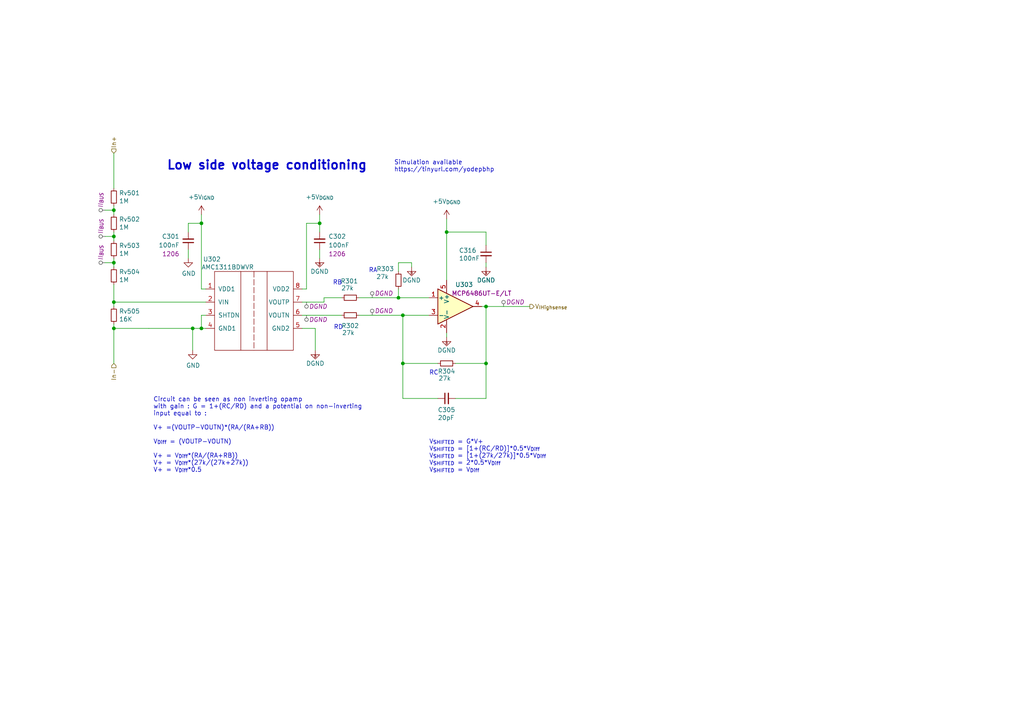
<source format=kicad_sch>
(kicad_sch (version 20250114) (generator "eeschema") (generator_version "9.0")
  (paper "A4")
  (title_block (title "Micro-inverter - 400W") (date "2024-02-06") (comment 1 "JAL"))
  (lib_symbols
    (symbol "AMC1311DBW_1" (pin_names (offset 1.016))
      (property "Reference" "U601" (at -8.89 13.97 0))
      (property "Value" "AMC1311DWV" (at 7.62 13.97 0))
      (symbol "AMC1311DBW_1_0_1"
        (rectangle (start -11.43 12.7) (end 11.43 -10.16))
        (polyline (pts (xy -3.81 12.7) (xy -3.81 -10.16)))
        (polyline (pts (xy 0 12.7) (xy 0 -10.16)) (stroke (width 0) (type dash)))
        (polyline (pts (xy 3.81 12.7) (xy 3.81 -10.16)))
      )
      (symbol "AMC1311DBW_1_1_1"
        (pin power_in line (at -13.97 7.62 0) (length 2.54) (name "VDD1") (number "1"))
        (pin input line (at -13.97 3.81 0) (length 2.54) (name "VIN") (number "2"))
        (pin input line (at -13.97 0 0) (length 2.54) (name "SHTDN") (number "3"))
        (pin power_in line (at -13.97 -3.81 0) (length 2.54) (name "GND1") (number "4"))
        (pin power_in line (at 13.97 7.62 180) (length 2.54) (name "VDD2") (number "8"))
        (pin output line (at 13.97 3.81 180) (length 2.54) (name "VOUTP") (number "7"))
        (pin output line (at 13.97 0 180) (length 2.54) (name "VOUTN") (number "6"))
        (pin power_in line (at 13.97 -3.81 180) (length 2.54) (name "GND2") (number "5"))
      )
    )
    (symbol "Device:C_Small" (pin_numbers (hide yes)) (pin_names (offset 0.254) (hide yes))
      (property "Reference" "C" (at 0.254 1.778 0))
      (property "Value" "C_Small" (at 0.254 -2.032 0))
      (symbol "C_Small_0_1"
        (polyline (pts (xy -1.524 0.508) (xy 1.524 0.508)) (stroke (width 0.3048)))
        (polyline (pts (xy -1.524 -0.508) (xy 1.524 -0.508)) (stroke (width 0.3302)))
      )
      (symbol "C_Small_1_1"
        (pin passive line (at 0 2.54 270) (length 2.032) (name "~") (number "1"))
        (pin passive line (at 0 -2.54 90) (length 2.032) (name "~") (number "2"))
      )
    )
    (symbol "Device:R_Small" (pin_numbers (hide yes)) (pin_names (offset 0.254) (hide yes))
      (property "Reference" "R" (at 0.762 0.508 0))
      (property "Value" "R_Small" (at 0.762 -1.016 0))
      (symbol "R_Small_0_1"
        (rectangle (start -0.762 1.778) (end 0.762 -1.778) (stroke (width 0.2032)))
      )
      (symbol "R_Small_1_1"
        (pin passive line (at 0 2.54 270) (length 0.762) (name "~") (number "1"))
        (pin passive line (at 0 -2.54 90) (length 0.762) (name "~") (number "2"))
      )
    )
    (symbol "R_Small_14" (pin_numbers (hide yes)) (pin_names (offset 0.254) (hide yes))
      (property "Reference" "R" (at 0.762 0.508 0))
      (property "Value" "R_Small_14" (at 0.762 -1.016 0))
      (symbol "R_Small_14_0_1"
        (rectangle (start -0.762 1.778) (end 0.762 -1.778) (stroke (width 0.2032)))
      )
      (symbol "R_Small_14_1_1"
        (pin passive line (at 0 2.54 270) (length 0.762) (name "~") (number "1"))
        (pin passive line (at 0 -2.54 90) (length 0.762) (name "~") (number "2"))
      )
    )
    (symbol "Symbols:+12V_PGND" (power) (in_bom no) (on_board no)
      (property "Value" "+12V_PGND" (at -0.127 3.81 0))
      (symbol "+12V_PGND_0_1"
        (polyline (pts (xy -0.762 1.27) (xy 0 2.54)))
        (polyline (pts (xy 0 2.54) (xy 0.762 1.27)))
        (polyline (pts (xy 0 0) (xy 0 2.54)))
      )
      (symbol "+12V_PGND_1_1"
        (pin power_in line (at 0 0 90) (length 0) (hide yes) (name "+12V_PGND") (number "1"))
      )
    )
    (symbol "Symbols:DGND" (power) (pin_names (offset 0))
      (property "Value" "DGND" (at 0 -3.81 0))
      (symbol "DGND_0_0"
        (text "D" (at 0 -1.778 0) (effects (font (size 0.63 0.63))))
      )
      (symbol "DGND_0_1"
        (polyline (pts (xy 0 0) (xy 0 -1.27) (xy 1.27 -1.27) (xy 0 -2.54) (xy -1.27 -1.27) (xy 0 -1.27)))
      )
      (symbol "DGND_1_1"
        (pin power_in line (at 0 0 270) (length 0) (hide yes) (name "DGND") (number "1"))
      )
    )
    (symbol "Symbols:MCP6486UT-E/LT " (pin_names (offset 0.127))
      (property "Reference" "U205" (at 3.81 7.62 0))
      (property "manf#" "MCP6486UT-E/LT " (at 12.7 5.08 0))
      (symbol "MCP6486UT-E/LT _0_1"
        (polyline (pts (xy -2.54 5.08) (xy -2.54 -5.08) (xy 7.62 0) (xy -2.54 5.08)) (stroke (width 0.254)) (fill (type background)))
      )
      (symbol "MCP6486UT-E/LT _1_1"
        (pin input line (at -5.08 2.54 0) (length 2.54) (name "+") (number "1"))
        (pin input line (at -5.08 -2.54 0) (length 2.54) (name "-") (number "3"))
        (pin power_in line (at 0 7.62 270) (length 3.81) (name "V+") (number "5"))
        (pin power_in line (at 0 -7.62 90) (length 3.81) (name "V-") (number "2"))
        (pin output line (at 10.16 0 180) (length 2.54) (name "~") (number "4"))
      )
    )
    (symbol "power:GND" (power) (pin_names (offset 0))
      (property "Value" "GND" (at 0 -3.81 0))
      (symbol "GND_0_1"
        (polyline (pts (xy 0 0) (xy 0 -1.27) (xy 1.27 -1.27) (xy 0 -2.54) (xy -1.27 -1.27) (xy 0 -1.27)))
      )
      (symbol "GND_1_1"
        (pin power_in line (at 0 0 270) (length 0) (hide yes) (name "GND") (number "1"))
      )
    )
  )
  (text "RB" (at 96.52 82.804 0) (effects (font (size 1.27 1.27)) (justify left bottom)))
  (text "Circuit can be seen as non inverting opamp\nwith gain : G = 1+(RC/RD) and a potential on non-inverting\ninput equal to :\n\nV+ =(VOUTP-VOUTN)*(RA/(RA+RB))\n\nV_{Diff} = (VOUTP-VOUTN)\n\nV+ = V_{Diff}*(RA/(RA+RB))\nV+ = V_{Diff}*(27k/(27k+27k))\nV+ = V_{Diff}*0.5" (at 44.45 137.16 0) (effects (font (size 1.27 1.27)) (justify left bottom)))
  (text "RD" (at 96.774 95.758 0) (effects (font (size 1.27 1.27)) (justify left bottom)))
  (text "Low side voltage conditioning" (at 48.26 49.53 0) (effects (font (size 2.54 2.54) (thickness 0.5) (bold yes)) (justify left bottom)))
  (text "V_{SHIFTED} = G*V+\nV_{SHIFTED} = [1+(RC/RD)]*0.5*V_{Diff}\nV_{SHIFTED} = [1+(27k/27k)]*0.5*V_{Diff}\nV_{SHIFTED} = 2*0.5*V_{Diff}\nV_{SHIFTED} = V_{Diff}" (at 124.46 137.16 0) (effects (font (size 1.27 1.27)) (justify left bottom)))
  (text "RA" (at 106.934 79.248 0) (effects (font (size 1.27 1.27)) (justify left bottom)))
  (text "Simulation available\nhttps://tinyurl.com/yodepbhp\n\n" (at 114.3 52.07 0) (effects (font (size 1.27 1.27)) (justify left bottom)))
  (text "RC" (at 124.46 108.966 0) (effects (font (size 1.27 1.27)) (justify left bottom)))
  (junction (at 33.02 76.2))
  (junction (at 33.02 68.58))
  (junction (at 140.97 88.9))
  (junction (at 33.02 60.96))
  (junction (at 129.54 67.31))
  (junction (at 116.84 105.41))
  (junction (at 115.57 86.36))
  (junction (at 58.42 95.25))
  (junction (at 92.71 64.77))
  (junction (at 55.88 95.25))
  (junction (at 116.84 91.44))
  (junction (at 33.02 95.25))
  (junction (at 140.97 105.41))
  (junction (at 33.02 87.63))
  (junction (at 58.42 64.77))
  (wire (pts (xy 93.98 87.63) (xy 87.63 87.63)))
  (wire (pts (xy 58.42 83.82) (xy 59.69 83.82)))
  (wire (pts (xy 33.02 68.58) (xy 33.02 69.85)))
  (wire (pts (xy 115.57 78.74) (xy 115.57 76.2)))
  (wire (pts (xy 92.71 62.23) (xy 92.71 64.77)))
  (wire (pts (xy 54.61 64.77) (xy 54.61 67.31)))
  (wire (pts (xy 91.44 95.25) (xy 91.44 101.6)))
  (wire (pts (xy 33.02 82.55) (xy 33.02 87.63)))
  (wire (pts (xy 58.42 91.44) (xy 58.42 95.25)))
  (wire (pts (xy 30.48 76.2) (xy 33.02 76.2)))
  (wire (pts (xy 116.84 105.41) (xy 127 105.41)))
  (wire (pts (xy 55.88 95.25) (xy 55.88 101.6)))
  (wire (pts (xy 43.18 95.25) (xy 55.88 95.25)))
  (wire (pts (xy 104.14 86.36) (xy 115.57 86.36)))
  (wire (pts (xy 33.02 95.25) (xy 33.02 105.41)) (stroke (width 0.1524)))
  (wire (pts (xy 116.84 105.41) (xy 116.84 115.57)))
  (wire (pts (xy 30.48 68.58) (xy 33.02 68.58)))
  (wire (pts (xy 58.42 95.25) (xy 59.69 95.25)))
  (wire (pts (xy 58.42 64.77) (xy 58.42 83.82)))
  (wire (pts (xy 104.14 91.44) (xy 116.84 91.44)))
  (wire (pts (xy 87.63 95.25) (xy 91.44 95.25)))
  (wire (pts (xy 87.63 91.44) (xy 99.06 91.44)))
  (wire (pts (xy 115.57 83.82) (xy 115.57 86.36)))
  (wire (pts (xy 92.71 64.77) (xy 92.71 67.31)))
  (wire (pts (xy 30.48 60.96) (xy 33.02 60.96)))
  (wire (pts (xy 140.97 88.9) (xy 140.97 105.41)))
  (wire (pts (xy 33.02 87.63) (xy 33.02 88.9)))
  (wire (pts (xy 43.18 95.25) (xy 33.02 95.25)) (stroke (width 0.1524)))
  (wire (pts (xy 140.97 67.31) (xy 140.97 71.12)))
  (wire (pts (xy 140.97 67.31) (xy 129.54 67.31)))
  (wire (pts (xy 33.02 60.96) (xy 33.02 62.23)))
  (wire (pts (xy 127 115.57) (xy 116.84 115.57)))
  (wire (pts (xy 59.69 91.44) (xy 58.42 91.44)))
  (wire (pts (xy 129.54 67.31) (xy 129.54 81.28)))
  (wire (pts (xy 33.02 76.2) (xy 33.02 77.47)))
  (wire (pts (xy 119.38 76.2) (xy 119.38 77.47)))
  (wire (pts (xy 129.54 63.5) (xy 129.54 67.31)))
  (wire (pts (xy 92.71 64.77) (xy 88.9 64.77)))
  (wire (pts (xy 139.7 88.9) (xy 140.97 88.9)))
  (wire (pts (xy 119.38 76.2) (xy 115.57 76.2)))
  (wire (pts (xy 33.02 59.69) (xy 33.02 60.96)))
  (wire (pts (xy 33.02 74.93) (xy 33.02 76.2)))
  (wire (pts (xy 129.54 96.52) (xy 129.54 97.79)))
  (wire (pts (xy 33.02 93.98) (xy 33.02 95.25)) (stroke (width 0.1524)))
  (wire (pts (xy 54.61 72.39) (xy 54.61 74.93)))
  (wire (pts (xy 132.08 105.41) (xy 140.97 105.41)))
  (wire (pts (xy 132.08 115.57) (xy 140.97 115.57)))
  (wire (pts (xy 33.02 87.63) (xy 59.69 87.63)))
  (wire (pts (xy 88.9 64.77) (xy 88.9 83.82)))
  (wire (pts (xy 115.57 86.36) (xy 124.46 86.36)))
  (wire (pts (xy 116.84 91.44) (xy 124.46 91.44)))
  (wire (pts (xy 140.97 105.41) (xy 140.97 115.57)))
  (wire (pts (xy 116.84 91.44) (xy 116.84 105.41)))
  (wire (pts (xy 93.98 86.36) (xy 93.98 87.63)))
  (wire (pts (xy 92.71 72.39) (xy 92.71 74.93)))
  (wire (pts (xy 99.06 86.36) (xy 93.98 86.36)))
  (wire (pts (xy 55.88 95.25) (xy 58.42 95.25)))
  (wire (pts (xy 140.97 76.2) (xy 140.97 77.47)))
  (wire (pts (xy 58.42 62.23) (xy 58.42 64.77)))
  (wire (pts (xy 87.63 83.82) (xy 88.9 83.82)))
  (wire (pts (xy 54.61 64.77) (xy 58.42 64.77)))
  (wire (pts (xy 33.02 44.45) (xy 33.02 54.61)))
  (wire (pts (xy 140.97 88.9) (xy 153.67 88.9)))
  (wire (pts (xy 33.02 67.31) (xy 33.02 68.58)))
  (hierarchical_label "In-" (shape input) (at 33.02 105.41 270))
  (hierarchical_label "V_{IHighsense}" (shape output) (at 153.67 88.9 0))
  (hierarchical_label "In+" (shape input) (at 33.02 44.45 90))
  (netclass_flag "" (length 1.27) (shape round) (at 88.9 87.63 180) (property "Netclass" "DGND" (at 89.5985 88.9 0) (effects (font (italic yes)) (justify left))))
  (netclass_flag "" (length 1.27) (shape round) (at 88.9 91.44 180) (property "Netclass" "DGND" (at 89.5985 92.71 0) (effects (font (italic yes)) (justify left))))
  (netclass_flag "" (length 1.27) (shape round) (at 107.95 91.44 0) (property "Netclass" "DGND" (at 108.6485 90.17 0) (effects (font (italic yes)) (justify left))))
  (netclass_flag "" (length 1.27) (shape round) (at 107.95 86.36 0) (property "Netclass" "DGND" (at 108.6485 85.09 0) (effects (font (italic yes)) (justify left))))
  (netclass_flag "" (length 1.27) (shape round) (at 30.48 76.2 90) (property "Netclass" "II_{BUS}" (at 29.21 75.5015 90) (effects (font (italic yes)) (justify left))))
  (netclass_flag "" (length 1.27) (shape round) (at 30.48 68.58 90) (property "Netclass" "II_{BUS}" (at 29.21 67.8815 90) (effects (font (italic yes)) (justify left))))
  (netclass_flag "" (length 1.27) (shape round) (at 30.48 60.96 90) (property "Netclass" "II_{BUS}" (at 29.21 60.2615 90) (effects (font (italic yes)) (justify left))))
  (netclass_flag "" (length 1.27) (shape round) (at 146.05 88.9 0) (property "Netclass" "DGND" (at 146.7485 87.63 0) (effects (font (italic yes)) (justify left))))
  (symbol (lib_id "power:GND") (at 55.88 101.6 0) (unit 1)
    (property "Reference" "#PWR0344" (effects (hide yes)))
    (property "Value" "GND" (at 56.007 105.9942 0))
    (instances (project "DAB" (path "" (reference "#PWR0303") (unit 1)) (path "" (reference "#PWR0339") (unit 1)) (path "" (reference "#PWR0325") (unit 1)) (path "" (reference "#PWR0344") (unit 1))))
  )
  (symbol (lib_id "Device:C_Small") (at 92.71 69.85 0) (mirror x) (unit 1)
    (property "Reference" "C341" (at 95.25 68.58 0) (effects (justify left)))
    (property "Value" "100nF" (at 95.25 71.12 0) (effects (justify left)))
    (property "Footprint" "Capacitor_SMD:C_1206_3216Metric" (effects (hide yes)))
    (property "Datasheet" "${KIPRJMOD}\\datasheet\\KEM_C1002_X7R_SMD-3316098.pdf" (effects (hide yes)))
    (property "manf#" "C1206C104K5RAC7867" (effects (hide yes)))
    (property "Voltage" "50V" (effects (hide yes)))
    (property "Package" "1206" (at 97.79 73.66 0))
    (property "Functional Block" "Measurement" (effects (hide yes)))
    (property "Metal content" "BaTiO3" (effects (hide yes)))
    (property "Subfunction" "VIHigh measure" (effects (hide yes)))
    (property "Dielectric" "X7R" (effects (hide yes)))
    (instances (project "DAB" (path "" (reference "C302") (unit 1)) (path "" (reference "C337") (unit 1)) (path "" (reference "C321") (unit 1)) (path "" (reference "C341") (unit 1))))
  )
  (symbol (lib_id "Symbols:DGND") (at 119.38 77.47 0) (unit 1)
    (property "Reference" "#PWR027" (effects (hide yes)))
    (property "Value" "DGND" (at 119.38 81.28 0))
    (instances (project "DAB" (path "" (reference "#PWR07") (unit 1)) (path "" (reference "#PWR022") (unit 1)) (path "" (reference "#PWR015") (unit 1)) (path "" (reference "#PWR027") (unit 1))))
  )
  (symbol (lib_id "Symbols:+12V_PGND") (at 129.54 63.5 0) (unit 1) (in_bom no) (on_board no)
    (property "Reference" "#PWR0347" (effects (hide yes)))
    (property "Value" "+5V_{DGND}" (at 129.54 58.42 0))
    (instances (project "DAB" (path "" (reference "#PWR0308") (unit 1)) (path "" (reference "#PWR0342") (unit 1)) (path "" (reference "#PWR0337") (unit 1)) (path "" (reference "#PWR0347") (unit 1))))
  )
  (symbol (lib_id "Symbols:DGND") (at 92.71 74.93 0) (unit 1)
    (property "Reference" "#PWR026" (effects (hide yes)))
    (property "Value" "DGND" (at 92.71 78.74 0))
    (instances (project "DAB" (path "" (reference "#PWR06") (unit 1)) (path "" (reference "#PWR021") (unit 1)) (path "" (reference "#PWR014") (unit 1)) (path "" (reference "#PWR026") (unit 1))))
  )
  (symbol (lib_id "Symbols:MCP6486UT-E/LT ") (at 129.54 88.9 0) (unit 1)
    (property "Reference" "U312" (at 134.62 82.55 0))
    (property "Value" "MCP6486UT-E/LT" (effects (hide yes)))
    (property "Footprint" "Package_TO_SOT_SMD:SOT-353_SC-70-5_Handsoldering" (effects (hide yes)))
    (property "Datasheet" "${KIPRJMOD}\\datasheets\\MCP6486.pdf" (effects (hide yes)))
    (property "manf#" "MCP6486UT-E/LT" (at 139.7 85.09 0))
    (property "Functional Block" "Measurement" (effects (hide yes)))
    (property "Subfunction" "IILow Measure" (effects (hide yes)))
    (instances (project "DAB" (path "" (reference "U303") (unit 1)) (path "" (reference "U310") (unit 1)) (path "" (reference "U308") (unit 1)) (path "" (reference "U312") (unit 1))))
  )
  (symbol (lib_id "Symbols:+12V_PGND") (at 92.71 62.23 0) (unit 1) (in_bom no) (on_board no)
    (property "Reference" "#PWR0346" (effects (hide yes)))
    (property "Value" "+5V_{DGND}" (at 92.71 57.15 0))
    (instances (project "DAB" (path "" (reference "#PWR0306") (unit 1)) (path "" (reference "#PWR0341") (unit 1)) (path "" (reference "#PWR0336") (unit 1)) (path "" (reference "#PWR0346") (unit 1))))
  )
  (symbol (lib_name "R_Small_14") (lib_id "Device:R_Small") (at 101.6 91.44 90) (unit 1)
    (property "Reference" "R328" (at 104.14 94.488 90) (effects (justify left)))
    (property "Value" "27k" (at 102.87 96.52 90) (effects (justify left)))
    (property "Footprint" "Footprints:R_0805_2012Metric" (effects (hide yes)))
    (property "Datasheet" "${KIPRJMOD}\\datasheet\\PYu_RT_1_to_0_01_RoHS_L_12-3003070.pdf" (effects (hide yes)))
    (property "manf#" "RT0805DRD0727KL" (effects (hide yes)))
    (property "Package" "0805" (effects (hide yes)))
    (property "Technology" "Thin film" (effects (hide yes)))
    (instances (project "DAB" (path "" (reference "R302") (unit 1)) (path "" (reference "R324") (unit 1)) (path "" (reference "R320") (unit 1)) (path "" (reference "R328") (unit 1))))
  )
  (symbol (lib_id "Device:R_Small") (at 33.02 72.39 0) (unit 1)
    (property "Reference" "Rv528" (at 34.5186 71.2216 0) (effects (justify left)))
    (property "Value" "1M" (at 34.5186 73.533 0) (effects (justify left)))
    (property "Footprint" "Resistor_SMD:R_0805_2012Metric" (effects (hide yes)))
    (instances (project "DAB" (path "" (reference "Rv503") (unit 1)) (path "" (reference "Rv518") (unit 1)) (path "" (reference "Rv508") (unit 1)) (path "" (reference "Rv528") (unit 1))))
  )
  (symbol (lib_id "Symbols:DGND") (at 140.97 77.47 0) (unit 1)
    (property "Reference" "#PWR029" (effects (hide yes)))
    (property "Value" "DGND" (at 140.97 81.28 0))
    (instances (project "DAB" (path "" (reference "#PWR010") (unit 1)) (path "" (reference "#PWR024") (unit 1)) (path "" (reference "#PWR019") (unit 1)) (path "" (reference "#PWR029") (unit 1))))
  )
  (symbol (lib_id "Device:R_Small") (at 115.57 81.28 0) (mirror y) (unit 1)
    (property "Reference" "R329" (at 114.3 77.978 0) (effects (justify left)))
    (property "Value" "27k" (at 112.776 80.264 0) (effects (justify left)))
    (property "Footprint" "Footprints:R_0805_2012Metric" (effects (hide yes)))
    (property "Datasheet" "${KIPRJMOD}\\datasheet\\PYu_RT_1_to_0_01_RoHS_L_12-3003070.pdf" (effects (hide yes)))
    (property "manf#" "RT0805DRD0727KL" (effects (hide yes)))
    (property "Package" "0805" (effects (hide yes)))
    (property "Technology" "Thin film" (effects (hide yes)))
    (instances (project "DAB" (path "" (reference "R303") (unit 1)) (path "" (reference "R325") (unit 1)) (path "" (reference "R321") (unit 1)) (path "" (reference "R329") (unit 1))))
  )
  (symbol (lib_id "power:GND") (at 54.61 74.93 0) (unit 1)
    (property "Reference" "#PWR0343" (effects (hide yes)))
    (property "Value" "GND" (at 54.737 79.3242 0))
    (instances (project "DAB" (path "" (reference "#PWR0302") (unit 1)) (path "" (reference "#PWR0338") (unit 1)) (path "" (reference "#PWR0320") (unit 1)) (path "" (reference "#PWR0343") (unit 1))))
  )
  (symbol (lib_id "Symbols:DGND") (at 129.54 97.79 0) (unit 1)
    (property "Reference" "#PWR028" (effects (hide yes)))
    (property "Value" "DGND" (at 129.54 101.6 0))
    (instances (project "DAB" (path "" (reference "#PWR09") (unit 1)) (path "" (reference "#PWR023") (unit 1)) (path "" (reference "#PWR018") (unit 1)) (path "" (reference "#PWR028") (unit 1))))
  )
  (symbol (lib_id "Device:C_Small") (at 140.97 73.66 0) (unit 1)
    (property "Reference" "C343" (at 133.096 72.644 0) (effects (justify left)))
    (property "Value" "100nF" (at 133.096 74.93 0) (effects (justify left)))
    (property "Footprint" "Capacitor_SMD:C_1206_3216Metric" (effects (hide yes)))
    (property "Datasheet" "${KIPRJMOD}\\datasheet\\KEM_C1002_X7R_SMD-3316098.pdf" (effects (hide yes)))
    (property "manf#" "C1206C104K5RAC7867" (effects (hide yes)))
    (property "Voltage" "50V" (effects (hide yes)))
    (property "Package" "1206" (effects (hide yes)))
    (property "Dielectric" "X7R" (effects (hide yes)))
    (instances (project "DAB" (path "" (reference "C316") (unit 1)) (path "" (reference "C339") (unit 1)) (path "" (reference "C335") (unit 1)) (path "" (reference "C343") (unit 1))))
  )
  (symbol (lib_id "Device:R_Small") (at 129.54 105.41 90) (unit 1)
    (property "Reference" "R330" (at 132.08 107.696 90) (effects (justify left)))
    (property "Value" "27k" (at 130.81 109.728 90) (effects (justify left)))
    (property "Footprint" "Footprints:R_0805_2012Metric" (effects (hide yes)))
    (property "Datasheet" "${KIPRJMOD}\\datasheet\\PYu_RT_1_to_0_01_RoHS_L_12-3003070.pdf" (effects (hide yes)))
    (property "manf#" "RT0805DRD0727KL" (effects (hide yes)))
    (property "Package" "0805" (effects (hide yes)))
    (property "Technology" "Thin film" (effects (hide yes)))
    (instances (project "DAB" (path "" (reference "R304") (unit 1)) (path "" (reference "R326") (unit 1)) (path "" (reference "R322") (unit 1)) (path "" (reference "R330") (unit 1))))
  )
  (symbol (lib_id "Symbols:DGND") (at 91.44 101.6 0) (unit 1)
    (property "Reference" "#PWR025" (effects (hide yes)))
    (property "Value" "DGND" (at 91.44 105.41 0))
    (instances (project "DAB" (path "" (reference "#PWR04") (unit 1)) (path "" (reference "#PWR020") (unit 1)) (path "" (reference "#PWR013") (unit 1)) (path "" (reference "#PWR025") (unit 1))))
  )
  (symbol (lib_id "Device:R_Small") (at 33.02 80.01 0) (unit 1)
    (property "Reference" "Rv529" (at 34.5186 78.8416 0) (effects (justify left)))
    (property "Value" "1M" (at 34.5186 81.153 0) (effects (justify left)))
    (property "Footprint" "Resistor_SMD:R_0805_2012Metric" (effects (hide yes)))
    (instances (project "DAB" (path "" (reference "Rv504") (unit 1)) (path "" (reference "Rv519") (unit 1)) (path "" (reference "Rv509") (unit 1)) (path "" (reference "Rv529") (unit 1))))
  )
  (symbol (lib_name "AMC1311DBW_1") (lib_id "Symbols:AMC1311DBW") (at 73.66 91.44 0) (unit 1)
    (property "Reference" "U311" (at 61.468 75.184 0))
    (property "Value" "AMC1311BDWVR" (at 66.04 77.47 0))
    (property "Footprint" "Package_SO:SOIC-8_7.5x5.85mm_P1.27mm" (effects (hide yes)))
    (property "Datasheet" "${KIPRJMOD}\\datasheets\\amc1311.pdf" (effects (hide yes)))
    (property "manf#" "AMC1311BDWVR" (effects (hide yes)))
    (instances (project "DAB" (path "" (reference "U302") (unit 1)) (path "" (reference "U309") (unit 1)) (path "" (reference "U307") (unit 1)) (path "" (reference "U311") (unit 1))))
  )
  (symbol (lib_id "Device:C_Small") (at 129.54 115.57 90) (unit 1)
    (property "Reference" "C342" (at 132.08 118.872 90) (effects (justify left)))
    (property "Value" "20pF" (at 131.826 121.158 90) (effects (justify left)))
    (property "Footprint" "Footprints:C_0805_2012Metric" (effects (hide yes)))
    (property "Datasheet" "${KIPRJMOD}\\datasheet\\UPY_GP_NP0_16V_to_50V_18-1730511.pdf" (effects (hide yes)))
    (property "manf#" "CC0805JRNPO9BN200" (effects (hide yes)))
    (property "Package" "0805" (effects (hide yes)))
    (property "Dielectric" "NP0" (effects (hide yes)))
    (property "Voltage" "50V" (effects (hide yes)))
    (instances (project "DAB" (path "" (reference "C305") (unit 1)) (path "" (reference "C338") (unit 1)) (path "" (reference "C334") (unit 1)) (path "" (reference "C342") (unit 1))))
  )
  (symbol (lib_id "Device:R_Small") (at 33.02 91.44 0) (unit 1)
    (property "Reference" "Rv530" (at 34.5186 90.2716 0) (effects (justify left)))
    (property "Value" "16K" (at 34.5186 92.583 0) (effects (justify left)))
    (property "Footprint" "Resistor_SMD:R_0805_2012Metric" (effects (hide yes)))
    (instances (project "DAB" (path "" (reference "Rv505") (unit 1)) (path "" (reference "Rv520") (unit 1)) (path "" (reference "Rv510") (unit 1)) (path "" (reference "Rv530") (unit 1))))
  )
  (symbol (lib_id "Device:R_Small") (at 33.02 64.77 0) (unit 1)
    (property "Reference" "Rv527" (at 34.5186 63.6016 0) (effects (justify left)))
    (property "Value" "1M" (at 34.5186 65.913 0) (effects (justify left)))
    (property "Footprint" "Resistor_SMD:R_0805_2012Metric" (effects (hide yes)))
    (instances (project "DAB" (path "" (reference "Rv502") (unit 1)) (path "" (reference "Rv517") (unit 1)) (path "" (reference "Rv507") (unit 1)) (path "" (reference "Rv527") (unit 1))))
  )
  (symbol (lib_id "Device:C_Small") (at 54.61 69.85 180) (unit 1)
    (property "Reference" "C340" (at 52.07 68.58 0) (effects (justify left)))
    (property "Value" "100nF" (at 52.07 71.12 0) (effects (justify left)))
    (property "Footprint" "Capacitor_SMD:C_1206_3216Metric" (effects (hide yes)))
    (property "Datasheet" "${KIPRJMOD}\\datasheet\\KEM_C1002_X7R_SMD-3316098.pdf" (effects (hide yes)))
    (property "manf#" "C1206C104K5RAC7867" (effects (hide yes)))
    (property "Voltage" "50V" (effects (hide yes)))
    (property "Package" "1206" (at 49.53 73.66 0))
    (property "Functional Block" "Measurement" (effects (hide yes)))
    (property "Metal content" "BaTiO3" (effects (hide yes)))
    (property "Subfunction" "VIHigh measure" (effects (hide yes)))
    (property "Dielectric" "X7R" (effects (hide yes)))
    (instances (project "DAB" (path "" (reference "C301") (unit 1)) (path "" (reference "C336") (unit 1)) (path "" (reference "C320") (unit 1)) (path "" (reference "C340") (unit 1))))
  )
  (symbol (lib_id "Symbols:+12V_PGND") (at 58.42 62.23 0) (unit 1) (in_bom no) (on_board no)
    (property "Reference" "#PWR0345" (effects (hide yes)))
    (property "Value" "+5V_{IGND}" (at 58.42 57.15 0))
    (instances (project "DAB" (path "" (reference "#PWR0304") (unit 1)) (path "" (reference "#PWR0340") (unit 1)) (path "" (reference "#PWR0335") (unit 1)) (path "" (reference "#PWR0345") (unit 1))))
  )
  (symbol (lib_name "R_Small_14") (lib_id "Device:R_Small") (at 101.6 86.36 90) (unit 1)
    (property "Reference" "R327" (at 103.886 81.534 90) (effects (justify left)))
    (property "Value" "27k" (at 102.616 83.566 90) (effects (justify left)))
    (property "Footprint" "Footprints:R_0805_2012Metric" (effects (hide yes)))
    (property "Datasheet" "${KIPRJMOD}\\datasheet\\PYu_RT_1_to_0_01_RoHS_L_12-3003070.pdf" (effects (hide yes)))
    (property "manf#" "RT0805DRD0727KL" (effects (hide yes)))
    (property "Package" "0805" (effects (hide yes)))
    (property "Technology" "Thin film" (effects (hide yes)))
    (instances (project "DAB" (path "" (reference "R301") (unit 1)) (path "" (reference "R323") (unit 1)) (path "" (reference "R319") (unit 1)) (path "" (reference "R327") (unit 1))))
  )
  (symbol (lib_id "Device:R_Small") (at 33.02 57.15 0) (unit 1)
    (property "Reference" "Rv526" (at 34.5186 55.9816 0) (effects (justify left)))
    (property "Value" "1M" (at 34.5186 58.293 0) (effects (justify left)))
    (property "Footprint" "Resistor_SMD:R_0805_2012Metric" (effects (hide yes)))
    (instances (project "DAB" (path "" (reference "Rv501") (unit 1)) (path "" (reference "Rv516") (unit 1)) (path "" (reference "Rv506") (unit 1)) (path "" (reference "Rv526") (unit 1))))
  )
)
</source>
